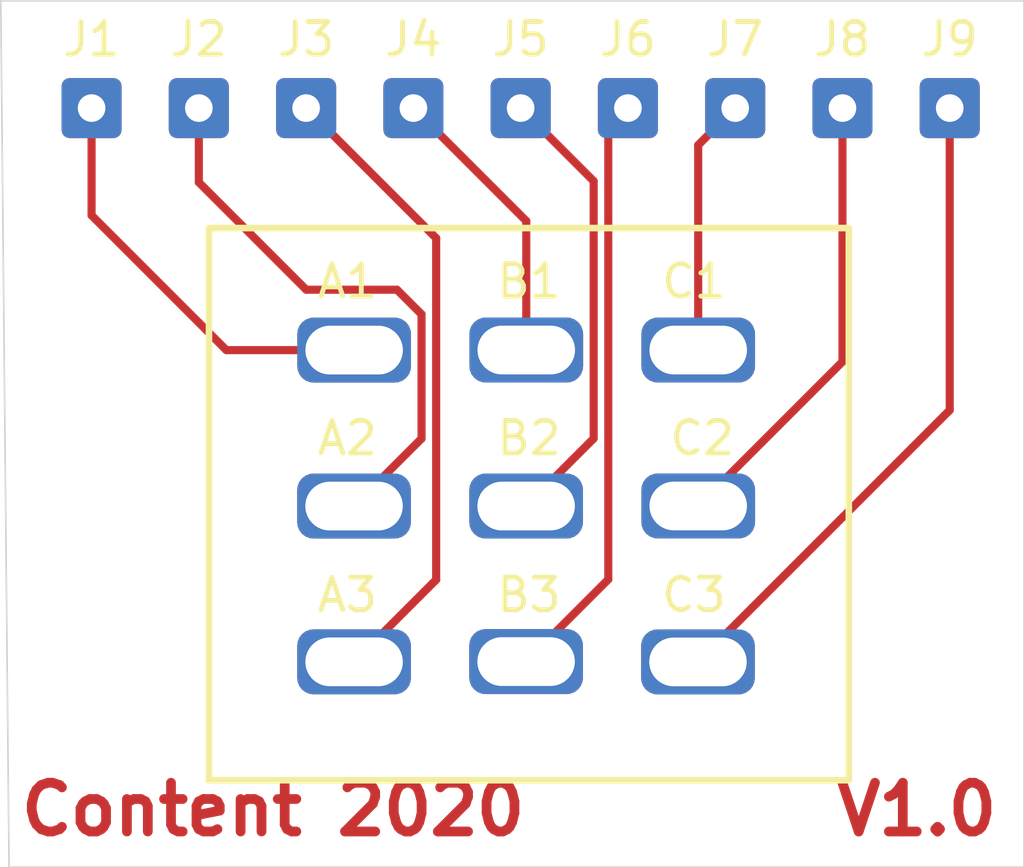
<source format=kicad_pcb>
(kicad_pcb (version 20171130) (host pcbnew 5.1.6)

  (general
    (thickness 1.6)
    (drawings 15)
    (tracks 26)
    (zones 0)
    (modules 10)
    (nets 10)
  )

  (page A4)
  (title_block
    (title "3PDT Board")
    (date 2020-09-28)
    (rev V1.0)
    (company Content)
  )

  (layers
    (0 F.Cu signal)
    (31 B.Cu signal)
    (32 B.Adhes user)
    (33 F.Adhes user)
    (34 B.Paste user)
    (35 F.Paste user)
    (36 B.SilkS user)
    (37 F.SilkS user)
    (38 B.Mask user)
    (39 F.Mask user)
    (40 Dwgs.User user)
    (41 Cmts.User user)
    (42 Eco1.User user)
    (43 Eco2.User user)
    (44 Edge.Cuts user)
    (45 Margin user)
    (46 B.CrtYd user)
    (47 F.CrtYd user)
    (48 B.Fab user)
    (49 F.Fab user)
  )

  (setup
    (last_trace_width 0.25)
    (trace_clearance 0.2)
    (zone_clearance 0.508)
    (zone_45_only no)
    (trace_min 0.2)
    (via_size 0.8)
    (via_drill 0.4)
    (via_min_size 0.4)
    (via_min_drill 0.3)
    (uvia_size 0.3)
    (uvia_drill 0.1)
    (uvias_allowed no)
    (uvia_min_size 0.2)
    (uvia_min_drill 0.1)
    (edge_width 0.05)
    (segment_width 0.2)
    (pcb_text_width 0.3)
    (pcb_text_size 1.5 1.5)
    (mod_edge_width 0.12)
    (mod_text_size 1 1)
    (mod_text_width 0.15)
    (pad_size 3.5 2)
    (pad_drill 3)
    (pad_to_mask_clearance 0.05)
    (aux_axis_origin 0 0)
    (visible_elements FFFFFF7F)
    (pcbplotparams
      (layerselection 0x010fc_ffffffff)
      (usegerberextensions false)
      (usegerberattributes true)
      (usegerberadvancedattributes true)
      (creategerberjobfile true)
      (excludeedgelayer true)
      (linewidth 0.100000)
      (plotframeref false)
      (viasonmask false)
      (mode 1)
      (useauxorigin false)
      (hpglpennumber 1)
      (hpglpenspeed 20)
      (hpglpendiameter 15.000000)
      (psnegative false)
      (psa4output false)
      (plotreference true)
      (plotvalue true)
      (plotinvisibletext false)
      (padsonsilk false)
      (subtractmaskfromsilk false)
      (outputformat 1)
      (mirror false)
      (drillshape 0)
      (scaleselection 1)
      (outputdirectory "3PDTGerbers/"))
  )

  (net 0 "")
  (net 1 "Net-(J1-Pad1)")
  (net 2 "Net-(J2-Pad1)")
  (net 3 "Net-(J3-Pad1)")
  (net 4 "Net-(J4-Pad1)")
  (net 5 "Net-(J5-Pad1)")
  (net 6 "Net-(J6-Pad1)")
  (net 7 "Net-(J7-Pad1)")
  (net 8 "Net-(J8-Pad1)")
  (net 9 "Net-(J9-Pad1)")

  (net_class Default "This is the default net class."
    (clearance 0.2)
    (trace_width 0.25)
    (via_dia 0.8)
    (via_drill 0.4)
    (uvia_dia 0.3)
    (uvia_drill 0.1)
    (add_net "Net-(J1-Pad1)")
    (add_net "Net-(J2-Pad1)")
    (add_net "Net-(J3-Pad1)")
    (add_net "Net-(J4-Pad1)")
    (add_net "Net-(J5-Pad1)")
    (add_net "Net-(J6-Pad1)")
    (add_net "Net-(J7-Pad1)")
    (add_net "Net-(J8-Pad1)")
    (add_net "Net-(J9-Pad1)")
  )

  (module MyLibrary:SolderWire-0.25sqmm_1x01_D0.65mm_OD1.7mm (layer F.Cu) (tedit 5EB70B43) (tstamp 5F724458)
    (at 127.508 66.548)
    (descr "Soldered wire connection, for a single 0.25 mm² wire, basic insulation, conductor diameter 0.65mm, outer diameter 1.7mm, size source Multi-Contact FLEXI-E_0.25 (https://ec.staubli.com/AcroFiles/Catalogues/TM_Cab-Main-11014119_(en)_hi.pdf), bend radius 3 times outer diameter, generated with kicad-footprint-generator")
    (tags "connector wire 0.25sqmm")
    (path /5F74A40C)
    (attr virtual)
    (fp_text reference J1 (at 0 -2.12) (layer F.SilkS)
      (effects (font (size 1 1) (thickness 0.15)))
    )
    (fp_text value A1 (at 0 2.12) (layer F.Fab)
      (effects (font (size 1 1) (thickness 0.15)))
    )
    (fp_circle (center 0 0) (end 0.85 0) (layer F.Fab) (width 0.1))
    (fp_line (start -1.6 -1.42) (end -1.6 1.42) (layer F.CrtYd) (width 0.05))
    (fp_line (start -1.6 1.42) (end 1.6 1.42) (layer F.CrtYd) (width 0.05))
    (fp_line (start 1.6 1.42) (end 1.6 -1.42) (layer F.CrtYd) (width 0.05))
    (fp_line (start 1.6 -1.42) (end -1.6 -1.42) (layer F.CrtYd) (width 0.05))
    (fp_text user %R (at 0 0) (layer F.Fab)
      (effects (font (size 0.42 0.42) (thickness 0.06)))
    )
    (pad 1 thru_hole roundrect (at 0 0) (size 1.85 1.85) (drill 0.85) (layers *.Cu *.Mask) (roundrect_rratio 0.135135)
      (net 1 "Net-(J1-Pad1)"))
    (model ${KISYS3DMOD}/Connector_Wire.3dshapes/SolderWire-0.25sqmm_1x01_D0.65mm_OD1.7mm.wrl
      (at (xyz 0 0 0))
      (scale (xyz 1 1 1))
      (rotate (xyz 0 0 0))
    )
  )

  (module MyLibrary:SolderWire-0.25sqmm_1x01_D0.65mm_OD1.7mm (layer F.Cu) (tedit 5EB70B43) (tstamp 5F724463)
    (at 130.81 66.548)
    (descr "Soldered wire connection, for a single 0.25 mm² wire, basic insulation, conductor diameter 0.65mm, outer diameter 1.7mm, size source Multi-Contact FLEXI-E_0.25 (https://ec.staubli.com/AcroFiles/Catalogues/TM_Cab-Main-11014119_(en)_hi.pdf), bend radius 3 times outer diameter, generated with kicad-footprint-generator")
    (tags "connector wire 0.25sqmm")
    (path /5F71CBE5)
    (attr virtual)
    (fp_text reference J2 (at 0 -2.12) (layer F.SilkS)
      (effects (font (size 1 1) (thickness 0.15)))
    )
    (fp_text value A2 (at 0 2.12) (layer F.Fab)
      (effects (font (size 1 1) (thickness 0.15)))
    )
    (fp_circle (center 0 0) (end 0.85 0) (layer F.Fab) (width 0.1))
    (fp_line (start -1.6 -1.42) (end -1.6 1.42) (layer F.CrtYd) (width 0.05))
    (fp_line (start -1.6 1.42) (end 1.6 1.42) (layer F.CrtYd) (width 0.05))
    (fp_line (start 1.6 1.42) (end 1.6 -1.42) (layer F.CrtYd) (width 0.05))
    (fp_line (start 1.6 -1.42) (end -1.6 -1.42) (layer F.CrtYd) (width 0.05))
    (fp_text user %R (at 0 0) (layer F.Fab)
      (effects (font (size 0.42 0.42) (thickness 0.06)))
    )
    (pad 1 thru_hole roundrect (at 0 0) (size 1.85 1.85) (drill 0.85) (layers *.Cu *.Mask) (roundrect_rratio 0.135135)
      (net 2 "Net-(J2-Pad1)"))
    (model ${KISYS3DMOD}/Connector_Wire.3dshapes/SolderWire-0.25sqmm_1x01_D0.65mm_OD1.7mm.wrl
      (at (xyz 0 0 0))
      (scale (xyz 1 1 1))
      (rotate (xyz 0 0 0))
    )
  )

  (module MyLibrary:SolderWire-0.25sqmm_1x01_D0.65mm_OD1.7mm (layer F.Cu) (tedit 5EB70B43) (tstamp 5F72446E)
    (at 134.112 66.548)
    (descr "Soldered wire connection, for a single 0.25 mm² wire, basic insulation, conductor diameter 0.65mm, outer diameter 1.7mm, size source Multi-Contact FLEXI-E_0.25 (https://ec.staubli.com/AcroFiles/Catalogues/TM_Cab-Main-11014119_(en)_hi.pdf), bend radius 3 times outer diameter, generated with kicad-footprint-generator")
    (tags "connector wire 0.25sqmm")
    (path /5F71CDC5)
    (attr virtual)
    (fp_text reference J3 (at 0 -2.12) (layer F.SilkS)
      (effects (font (size 1 1) (thickness 0.15)))
    )
    (fp_text value A3 (at 0 2.12) (layer F.Fab)
      (effects (font (size 1 1) (thickness 0.15)))
    )
    (fp_line (start 1.6 -1.42) (end -1.6 -1.42) (layer F.CrtYd) (width 0.05))
    (fp_line (start 1.6 1.42) (end 1.6 -1.42) (layer F.CrtYd) (width 0.05))
    (fp_line (start -1.6 1.42) (end 1.6 1.42) (layer F.CrtYd) (width 0.05))
    (fp_line (start -1.6 -1.42) (end -1.6 1.42) (layer F.CrtYd) (width 0.05))
    (fp_circle (center 0 0) (end 0.85 0) (layer F.Fab) (width 0.1))
    (fp_text user %R (at 0 0) (layer F.Fab)
      (effects (font (size 0.42 0.42) (thickness 0.06)))
    )
    (pad 1 thru_hole roundrect (at 0 0) (size 1.85 1.85) (drill 0.85) (layers *.Cu *.Mask) (roundrect_rratio 0.135135)
      (net 3 "Net-(J3-Pad1)"))
    (model ${KISYS3DMOD}/Connector_Wire.3dshapes/SolderWire-0.25sqmm_1x01_D0.65mm_OD1.7mm.wrl
      (at (xyz 0 0 0))
      (scale (xyz 1 1 1))
      (rotate (xyz 0 0 0))
    )
  )

  (module MyLibrary:SolderWire-0.25sqmm_1x01_D0.65mm_OD1.7mm (layer F.Cu) (tedit 5EB70B43) (tstamp 5F724479)
    (at 137.414 66.548)
    (descr "Soldered wire connection, for a single 0.25 mm² wire, basic insulation, conductor diameter 0.65mm, outer diameter 1.7mm, size source Multi-Contact FLEXI-E_0.25 (https://ec.staubli.com/AcroFiles/Catalogues/TM_Cab-Main-11014119_(en)_hi.pdf), bend radius 3 times outer diameter, generated with kicad-footprint-generator")
    (tags "connector wire 0.25sqmm")
    (path /5F71CFBC)
    (attr virtual)
    (fp_text reference J4 (at 0 -2.12) (layer F.SilkS)
      (effects (font (size 1 1) (thickness 0.15)))
    )
    (fp_text value B1 (at 0 2.12) (layer F.Fab)
      (effects (font (size 1 1) (thickness 0.15)))
    )
    (fp_circle (center 0 0) (end 0.85 0) (layer F.Fab) (width 0.1))
    (fp_line (start -1.6 -1.42) (end -1.6 1.42) (layer F.CrtYd) (width 0.05))
    (fp_line (start -1.6 1.42) (end 1.6 1.42) (layer F.CrtYd) (width 0.05))
    (fp_line (start 1.6 1.42) (end 1.6 -1.42) (layer F.CrtYd) (width 0.05))
    (fp_line (start 1.6 -1.42) (end -1.6 -1.42) (layer F.CrtYd) (width 0.05))
    (fp_text user %R (at 0 0) (layer F.Fab)
      (effects (font (size 0.42 0.42) (thickness 0.06)))
    )
    (pad 1 thru_hole roundrect (at 0 0) (size 1.85 1.85) (drill 0.85) (layers *.Cu *.Mask) (roundrect_rratio 0.135135)
      (net 4 "Net-(J4-Pad1)"))
    (model ${KISYS3DMOD}/Connector_Wire.3dshapes/SolderWire-0.25sqmm_1x01_D0.65mm_OD1.7mm.wrl
      (at (xyz 0 0 0))
      (scale (xyz 1 1 1))
      (rotate (xyz 0 0 0))
    )
  )

  (module MyLibrary:SolderWire-0.25sqmm_1x01_D0.65mm_OD1.7mm (layer F.Cu) (tedit 5EB70B43) (tstamp 5F724484)
    (at 140.716 66.548)
    (descr "Soldered wire connection, for a single 0.25 mm² wire, basic insulation, conductor diameter 0.65mm, outer diameter 1.7mm, size source Multi-Contact FLEXI-E_0.25 (https://ec.staubli.com/AcroFiles/Catalogues/TM_Cab-Main-11014119_(en)_hi.pdf), bend radius 3 times outer diameter, generated with kicad-footprint-generator")
    (tags "connector wire 0.25sqmm")
    (path /5F71D44B)
    (attr virtual)
    (fp_text reference J5 (at 0 -2.12) (layer F.SilkS)
      (effects (font (size 1 1) (thickness 0.15)))
    )
    (fp_text value B2 (at 0 2.12) (layer F.Fab)
      (effects (font (size 1 1) (thickness 0.15)))
    )
    (fp_line (start 1.6 -1.42) (end -1.6 -1.42) (layer F.CrtYd) (width 0.05))
    (fp_line (start 1.6 1.42) (end 1.6 -1.42) (layer F.CrtYd) (width 0.05))
    (fp_line (start -1.6 1.42) (end 1.6 1.42) (layer F.CrtYd) (width 0.05))
    (fp_line (start -1.6 -1.42) (end -1.6 1.42) (layer F.CrtYd) (width 0.05))
    (fp_circle (center 0 0) (end 0.85 0) (layer F.Fab) (width 0.1))
    (fp_text user %R (at 0 0) (layer F.Fab)
      (effects (font (size 0.42 0.42) (thickness 0.06)))
    )
    (pad 1 thru_hole roundrect (at 0 0) (size 1.85 1.85) (drill 0.85) (layers *.Cu *.Mask) (roundrect_rratio 0.135135)
      (net 5 "Net-(J5-Pad1)"))
    (model ${KISYS3DMOD}/Connector_Wire.3dshapes/SolderWire-0.25sqmm_1x01_D0.65mm_OD1.7mm.wrl
      (at (xyz 0 0 0))
      (scale (xyz 1 1 1))
      (rotate (xyz 0 0 0))
    )
  )

  (module MyLibrary:SolderWire-0.25sqmm_1x01_D0.65mm_OD1.7mm (layer F.Cu) (tedit 5EB70B43) (tstamp 5F72448F)
    (at 144.018 66.548)
    (descr "Soldered wire connection, for a single 0.25 mm² wire, basic insulation, conductor diameter 0.65mm, outer diameter 1.7mm, size source Multi-Contact FLEXI-E_0.25 (https://ec.staubli.com/AcroFiles/Catalogues/TM_Cab-Main-11014119_(en)_hi.pdf), bend radius 3 times outer diameter, generated with kicad-footprint-generator")
    (tags "connector wire 0.25sqmm")
    (path /5F71D73A)
    (attr virtual)
    (fp_text reference J6 (at 0 -2.12) (layer F.SilkS)
      (effects (font (size 1 1) (thickness 0.15)))
    )
    (fp_text value B3 (at 0 2.12) (layer F.Fab)
      (effects (font (size 1 1) (thickness 0.15)))
    )
    (fp_circle (center 0 0) (end 0.85 0) (layer F.Fab) (width 0.1))
    (fp_line (start -1.6 -1.42) (end -1.6 1.42) (layer F.CrtYd) (width 0.05))
    (fp_line (start -1.6 1.42) (end 1.6 1.42) (layer F.CrtYd) (width 0.05))
    (fp_line (start 1.6 1.42) (end 1.6 -1.42) (layer F.CrtYd) (width 0.05))
    (fp_line (start 1.6 -1.42) (end -1.6 -1.42) (layer F.CrtYd) (width 0.05))
    (fp_text user %R (at 0 0) (layer F.Fab)
      (effects (font (size 0.42 0.42) (thickness 0.06)))
    )
    (pad 1 thru_hole roundrect (at 0 0) (size 1.85 1.85) (drill 0.85) (layers *.Cu *.Mask) (roundrect_rratio 0.135135)
      (net 6 "Net-(J6-Pad1)"))
    (model ${KISYS3DMOD}/Connector_Wire.3dshapes/SolderWire-0.25sqmm_1x01_D0.65mm_OD1.7mm.wrl
      (at (xyz 0 0 0))
      (scale (xyz 1 1 1))
      (rotate (xyz 0 0 0))
    )
  )

  (module MyLibrary:SolderWire-0.25sqmm_1x01_D0.65mm_OD1.7mm (layer F.Cu) (tedit 5EB70B43) (tstamp 5F72449A)
    (at 147.32 66.548)
    (descr "Soldered wire connection, for a single 0.25 mm² wire, basic insulation, conductor diameter 0.65mm, outer diameter 1.7mm, size source Multi-Contact FLEXI-E_0.25 (https://ec.staubli.com/AcroFiles/Catalogues/TM_Cab-Main-11014119_(en)_hi.pdf), bend radius 3 times outer diameter, generated with kicad-footprint-generator")
    (tags "connector wire 0.25sqmm")
    (path /5F7229EF)
    (attr virtual)
    (fp_text reference J7 (at 0 -2.12) (layer F.SilkS)
      (effects (font (size 1 1) (thickness 0.15)))
    )
    (fp_text value C1 (at 0 2.12) (layer F.Fab)
      (effects (font (size 1 1) (thickness 0.15)))
    )
    (fp_line (start 1.6 -1.42) (end -1.6 -1.42) (layer F.CrtYd) (width 0.05))
    (fp_line (start 1.6 1.42) (end 1.6 -1.42) (layer F.CrtYd) (width 0.05))
    (fp_line (start -1.6 1.42) (end 1.6 1.42) (layer F.CrtYd) (width 0.05))
    (fp_line (start -1.6 -1.42) (end -1.6 1.42) (layer F.CrtYd) (width 0.05))
    (fp_circle (center 0 0) (end 0.85 0) (layer F.Fab) (width 0.1))
    (fp_text user %R (at 0 0) (layer F.Fab)
      (effects (font (size 0.42 0.42) (thickness 0.06)))
    )
    (pad 1 thru_hole roundrect (at 0 0) (size 1.85 1.85) (drill 0.85) (layers *.Cu *.Mask) (roundrect_rratio 0.135135)
      (net 7 "Net-(J7-Pad1)"))
    (model ${KISYS3DMOD}/Connector_Wire.3dshapes/SolderWire-0.25sqmm_1x01_D0.65mm_OD1.7mm.wrl
      (at (xyz 0 0 0))
      (scale (xyz 1 1 1))
      (rotate (xyz 0 0 0))
    )
  )

  (module MyLibrary:SolderWire-0.25sqmm_1x01_D0.65mm_OD1.7mm (layer F.Cu) (tedit 5EB70B43) (tstamp 5F7244A5)
    (at 150.622 66.548)
    (descr "Soldered wire connection, for a single 0.25 mm² wire, basic insulation, conductor diameter 0.65mm, outer diameter 1.7mm, size source Multi-Contact FLEXI-E_0.25 (https://ec.staubli.com/AcroFiles/Catalogues/TM_Cab-Main-11014119_(en)_hi.pdf), bend radius 3 times outer diameter, generated with kicad-footprint-generator")
    (tags "connector wire 0.25sqmm")
    (path /5F7229F9)
    (attr virtual)
    (fp_text reference J8 (at 0 -2.12) (layer F.SilkS)
      (effects (font (size 1 1) (thickness 0.15)))
    )
    (fp_text value C2 (at 0 2.12) (layer F.Fab)
      (effects (font (size 1 1) (thickness 0.15)))
    )
    (fp_circle (center 0 0) (end 0.85 0) (layer F.Fab) (width 0.1))
    (fp_line (start -1.6 -1.42) (end -1.6 1.42) (layer F.CrtYd) (width 0.05))
    (fp_line (start -1.6 1.42) (end 1.6 1.42) (layer F.CrtYd) (width 0.05))
    (fp_line (start 1.6 1.42) (end 1.6 -1.42) (layer F.CrtYd) (width 0.05))
    (fp_line (start 1.6 -1.42) (end -1.6 -1.42) (layer F.CrtYd) (width 0.05))
    (fp_text user %R (at 0 0) (layer F.Fab)
      (effects (font (size 0.42 0.42) (thickness 0.06)))
    )
    (pad 1 thru_hole roundrect (at 0 0) (size 1.85 1.85) (drill 0.85) (layers *.Cu *.Mask) (roundrect_rratio 0.135135)
      (net 8 "Net-(J8-Pad1)"))
    (model ${KISYS3DMOD}/Connector_Wire.3dshapes/SolderWire-0.25sqmm_1x01_D0.65mm_OD1.7mm.wrl
      (at (xyz 0 0 0))
      (scale (xyz 1 1 1))
      (rotate (xyz 0 0 0))
    )
  )

  (module MyLibrary:SolderWire-0.25sqmm_1x01_D0.65mm_OD1.7mm (layer F.Cu) (tedit 5EB70B43) (tstamp 5F7244B0)
    (at 153.924 66.548)
    (descr "Soldered wire connection, for a single 0.25 mm² wire, basic insulation, conductor diameter 0.65mm, outer diameter 1.7mm, size source Multi-Contact FLEXI-E_0.25 (https://ec.staubli.com/AcroFiles/Catalogues/TM_Cab-Main-11014119_(en)_hi.pdf), bend radius 3 times outer diameter, generated with kicad-footprint-generator")
    (tags "connector wire 0.25sqmm")
    (path /5F722A03)
    (attr virtual)
    (fp_text reference J9 (at 0 -2.12) (layer F.SilkS)
      (effects (font (size 1 1) (thickness 0.15)))
    )
    (fp_text value C3 (at 0 2.12) (layer F.Fab)
      (effects (font (size 1 1) (thickness 0.15)))
    )
    (fp_line (start 1.6 -1.42) (end -1.6 -1.42) (layer F.CrtYd) (width 0.05))
    (fp_line (start 1.6 1.42) (end 1.6 -1.42) (layer F.CrtYd) (width 0.05))
    (fp_line (start -1.6 1.42) (end 1.6 1.42) (layer F.CrtYd) (width 0.05))
    (fp_line (start -1.6 -1.42) (end -1.6 1.42) (layer F.CrtYd) (width 0.05))
    (fp_circle (center 0 0) (end 0.85 0) (layer F.Fab) (width 0.1))
    (fp_text user %R (at 0 0) (layer F.Fab)
      (effects (font (size 0.42 0.42) (thickness 0.06)))
    )
    (pad 1 thru_hole roundrect (at 0 0) (size 1.85 1.85) (drill 0.85) (layers *.Cu *.Mask) (roundrect_rratio 0.135135)
      (net 9 "Net-(J9-Pad1)"))
    (model ${KISYS3DMOD}/Connector_Wire.3dshapes/SolderWire-0.25sqmm_1x01_D0.65mm_OD1.7mm.wrl
      (at (xyz 0 0 0))
      (scale (xyz 1 1 1))
      (rotate (xyz 0 0 0))
    )
  )

  (module MyLibrary:STOMP_SWITCH_3PDT (layer F.Cu) (tedit 5F71D923) (tstamp 5F7244C1)
    (at 140.97 78.74)
    (descr "3-POLE, DOUBLE-THROW (3PDT) STOMP SWITCH")
    (tags "3-POLE, DOUBLE-THROW (3PDT) STOMP SWITCH")
    (path /5F748046)
    (attr virtual)
    (fp_text reference sw1 (at 0 -9.144) (layer F.SilkS) hide
      (effects (font (size 0.6096 0.6096) (thickness 0.127)))
    )
    (fp_text value 3PDTFootswitch (at 0 9.271) (layer F.SilkS) hide
      (effects (font (size 0.6096 0.6096) (thickness 0.127)))
    )
    (fp_line (start -9.84758 -8.49884) (end 9.84758 -8.49884) (layer F.SilkS) (width 0.2032))
    (fp_line (start 9.84758 -8.49884) (end 9.84758 8.49884) (layer F.SilkS) (width 0.2032))
    (fp_line (start 9.84758 8.49884) (end -9.84758 8.49884) (layer F.SilkS) (width 0.2032))
    (fp_line (start -9.84758 8.49884) (end -9.84758 -8.49884) (layer F.SilkS) (width 0.2032))
    (pad A1 thru_hole roundrect (at -5.37972 -4.74158) (size 3.5 2) (drill oval 3 1.5) (layers *.Cu *.Mask) (roundrect_rratio 0.25)
      (net 1 "Net-(J1-Pad1)") (solder_mask_margin 0.1016))
    (pad A2 thru_hole roundrect (at -5.38226 0.05902) (size 3.5 2) (drill oval 3 1.5) (layers *.Cu *.Mask) (roundrect_rratio 0.25)
      (net 2 "Net-(J2-Pad1)") (solder_mask_margin 0.1016))
    (pad A3 thru_hole roundrect (at -5.38128 4.85394) (size 3.5 2) (drill oval 3 1.5) (layers *.Cu *.Mask) (roundrect_rratio 0.25)
      (net 3 "Net-(J3-Pad1)") (solder_mask_margin 0.1016))
    (pad B1 thru_hole roundrect (at -0.08128 -4.74412) (size 3.5 2) (drill oval 3 1.5) (layers *.Cu *.Mask) (roundrect_rratio 0.25)
      (net 4 "Net-(J4-Pad1)") (solder_mask_margin 0.1016))
    (pad C2 thru_hole roundrect (at 5.21208 0.05588) (size 3.5 2) (drill oval 3 1.5) (layers *.Cu *.Mask) (roundrect_rratio 0.25)
      (net 8 "Net-(J8-Pad1)") (solder_mask_margin 0.1016))
    (pad B2 thru_hole roundrect (at -0.08548 0.05842) (size 3.5 2) (drill oval 3 1.5) (layers *.Cu *.Mask) (roundrect_rratio 0.25)
      (net 5 "Net-(J5-Pad1)") (solder_mask_margin 0.1016))
    (pad B3 thru_hole roundrect (at -0.08636 4.84632) (size 3.5 2) (drill oval 3 1.5) (layers *.Cu *.Mask) (roundrect_rratio 0.25)
      (net 6 "Net-(J6-Pad1)") (solder_mask_margin 0.1016))
    (pad C3 thru_hole roundrect (at 5.20446 4.85648) (size 3.5 2) (drill oval 3 1.5) (layers *.Cu *.Mask) (roundrect_rratio 0.25)
      (net 9 "Net-(J9-Pad1)") (solder_mask_margin 0.1016))
    (pad C1 thru_hole roundrect (at 5.21124 -4.74352) (size 3.5 2) (drill oval 3 1.5) (layers *.Cu *.Mask) (roundrect_rratio 0.25)
      (net 7 "Net-(J7-Pad1)") (solder_mask_margin 0.1016))
  )

  (gr_text V1.0 (at 152.908 88.138) (layer F.Cu)
    (effects (font (size 1.5 1.5) (thickness 0.3)))
  )
  (gr_text "Content 2020" (at 133.096 88.138) (layer F.Cu)
    (effects (font (size 1.5 1.5) (thickness 0.3)))
  )
  (gr_text C3 (at 146.05 81.534) (layer F.SilkS)
    (effects (font (size 1 1) (thickness 0.15)))
  )
  (gr_text B3 (at 140.97 81.534) (layer F.SilkS)
    (effects (font (size 1 1) (thickness 0.15)))
  )
  (gr_text A3 (at 135.382 81.534) (layer F.SilkS)
    (effects (font (size 1 1) (thickness 0.15)))
  )
  (gr_text C2 (at 146.304 76.708) (layer F.SilkS)
    (effects (font (size 1 1) (thickness 0.15)))
  )
  (gr_text B2 (at 140.97 76.708) (layer F.SilkS)
    (effects (font (size 1 1) (thickness 0.15)))
  )
  (gr_text A2 (at 135.382 76.708) (layer F.SilkS)
    (effects (font (size 1 1) (thickness 0.15)))
  )
  (gr_text C1 (at 146.05 71.882) (layer F.SilkS)
    (effects (font (size 1 1) (thickness 0.15)))
  )
  (gr_text B1 (at 140.97 71.882) (layer F.SilkS)
    (effects (font (size 1 1) (thickness 0.15)))
  )
  (gr_text A1 (at 135.382 71.882) (layer F.SilkS)
    (effects (font (size 1 1) (thickness 0.15)))
  )
  (gr_line (start 124.968 89.916) (end 124.714 63.246) (layer Edge.Cuts) (width 0.05) (tstamp 5F724A08))
  (gr_line (start 156.21 89.916) (end 124.968 89.916) (layer Edge.Cuts) (width 0.05))
  (gr_line (start 156.21 63.246) (end 156.21 89.916) (layer Edge.Cuts) (width 0.05))
  (gr_line (start 124.714 63.246) (end 156.21 63.246) (layer Edge.Cuts) (width 0.05))

  (segment (start 135.59028 73.99842) (end 131.65642 73.99842) (width 0.25) (layer F.Cu) (net 1))
  (segment (start 127.508 69.85) (end 127.508 66.548) (width 0.25) (layer F.Cu) (net 1))
  (segment (start 131.65642 73.99842) (end 127.508 69.85) (width 0.25) (layer F.Cu) (net 1))
  (segment (start 137.66529 72.89529) (end 136.909699 72.139699) (width 0.25) (layer F.Cu) (net 2))
  (segment (start 135.58774 78.79902) (end 137.66529 76.72147) (width 0.25) (layer F.Cu) (net 2))
  (segment (start 137.66529 76.72147) (end 137.66529 72.89529) (width 0.25) (layer F.Cu) (net 2))
  (segment (start 136.909699 72.139699) (end 134.115699 72.139699) (width 0.25) (layer F.Cu) (net 2))
  (segment (start 130.81 68.834) (end 130.81 66.548) (width 0.25) (layer F.Cu) (net 2))
  (segment (start 134.115699 72.139699) (end 130.81 68.834) (width 0.25) (layer F.Cu) (net 2))
  (segment (start 138.1153 70.5513) (end 134.112 66.548) (width 0.25) (layer F.Cu) (net 3))
  (segment (start 138.1153 81.06736) (end 138.1153 70.5513) (width 0.25) (layer F.Cu) (net 3))
  (segment (start 135.58872 83.59394) (end 138.1153 81.06736) (width 0.25) (layer F.Cu) (net 3))
  (segment (start 140.88872 70.02272) (end 137.414 66.548) (width 0.25) (layer F.Cu) (net 4))
  (segment (start 140.88872 73.99588) (end 140.88872 70.02272) (width 0.25) (layer F.Cu) (net 4))
  (segment (start 142.96373 68.79573) (end 140.716 66.548) (width 0.25) (layer F.Cu) (net 5))
  (segment (start 142.96373 76.71921) (end 142.96373 68.79573) (width 0.25) (layer F.Cu) (net 5))
  (segment (start 140.88452 78.79842) (end 142.96373 76.71921) (width 0.25) (layer F.Cu) (net 5))
  (segment (start 143.41374 81.05622) (end 143.41374 67.15226) (width 0.25) (layer F.Cu) (net 6))
  (segment (start 143.41374 67.15226) (end 144.018 66.548) (width 0.25) (layer F.Cu) (net 6))
  (segment (start 140.88364 83.58632) (end 143.41374 81.05622) (width 0.25) (layer F.Cu) (net 6))
  (segment (start 146.18124 67.68676) (end 147.32 66.548) (width 0.25) (layer F.Cu) (net 7))
  (segment (start 146.18124 73.99648) (end 146.18124 67.68676) (width 0.25) (layer F.Cu) (net 7))
  (segment (start 150.622 74.35596) (end 150.622 66.548) (width 0.25) (layer F.Cu) (net 8))
  (segment (start 146.18208 78.79588) (end 150.622 74.35596) (width 0.25) (layer F.Cu) (net 8))
  (segment (start 153.924 75.84694) (end 153.924 66.548) (width 0.25) (layer F.Cu) (net 9))
  (segment (start 146.17446 83.59648) (end 153.924 75.84694) (width 0.25) (layer F.Cu) (net 9))

)

</source>
